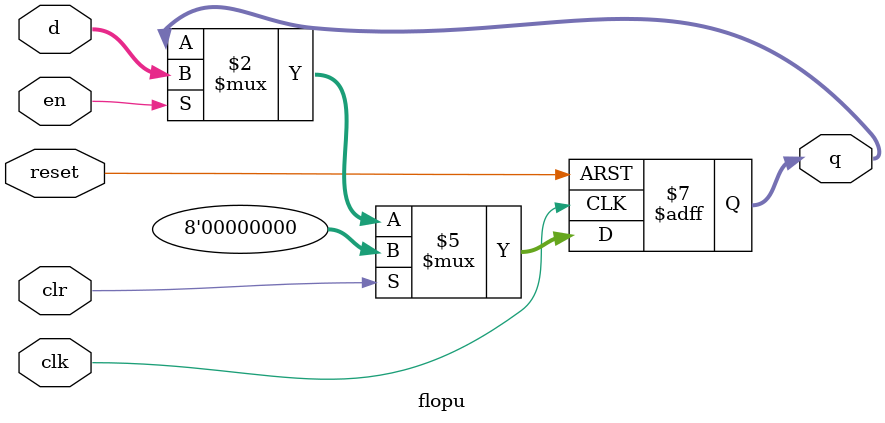
<source format=sv>
module flopu #(parameter N=8)
              (input logic clk, reset, clr, en,
               input logic [N-1:0] d,
               output logic [N-1:0] q);
  always_ff @(posedge clk, posedge reset)
    if(reset) q <= 0;
    else if(clr) q <=0;
    else if(en) q<=d;   
endmodule

</source>
